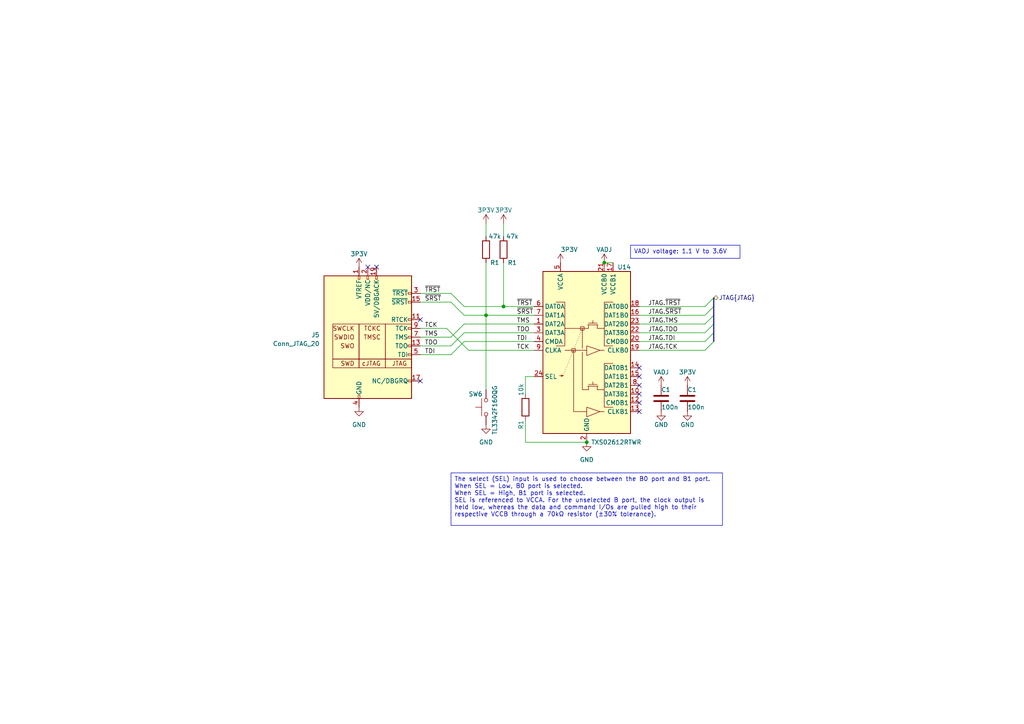
<source format=kicad_sch>
(kicad_sch (version 20230121) (generator eeschema)
  (paper "A4")
  (title_block (title "JTAG") (date "2023-03-02") (rev "1.0.7") (company "CHIPS Alliance") (comment 1 "Rui Huang (2023-03-02)") (comment 2 "Rui Huang (2023-03-02)") (comment 4 "Rui Huang (2023-03-02)"))
  (lib_symbols
    (symbol "CHIPSAlliance_Connector:Conn_JTAG_20" (pin_names (offset 1.016))
      (property "Reference" "J" (at 0 1.27 0))
      (property "Value" "Conn_JTAG_20" (at 0 -38.1 0))
      (symbol "Conn_JTAG_20_0_1"
        (rectangle (start 0 0) (end 25.4 -35.56) (stroke (width 0.254)) (fill (type background)))
        (rectangle (start 2.54 -24.13) (end 10.16 -26.67))
        (rectangle (start 2.54 -13.97) (end 10.16 -24.13))
        (rectangle (start 9.906 -34.544) (end 10.414 -35.56))
        (rectangle (start 9.906 0) (end 10.414 -1.016))
        (rectangle (start 10.16 -24.13) (end 17.78 -26.67))
        (rectangle (start 10.16 -13.97) (end 17.78 -24.13))
        (rectangle (start 12.446 0) (end 12.954 -1.016))
        (rectangle (start 14.986 0) (end 15.494 -1.016))
        (rectangle (start 17.78 -24.13) (end 25.4 -26.67))
        (rectangle (start 17.78 -13.97) (end 25.4 -24.13))
        (rectangle (start 24.384 -15.494) (end 25.4 -14.986))
        (rectangle (start 25.4 -30.226) (end 24.384 -30.734))
        (rectangle (start 25.4 -20.574) (end 24.384 -20.066))
        (rectangle (start 25.4 -18.034) (end 24.384 -17.526))
        (rectangle (start 25.4 -12.954) (end 24.384 -12.446))
        (rectangle (start 25.4 -7.366) (end 24.384 -7.874))
        (rectangle (start 25.4 -4.826) (end 24.384 -5.334))
        (text "cJTAG\n" (at 16.51 -25.4 0) (effects (font (size 1.27 1.27)) (justify right)))
        (text "JTAG\n" (at 24.13 -25.4 0) (effects (font (size 1.27 1.27)) (justify right)))
        (text "SWCLK" (at 8.89 -15.24 0) (effects (font (size 1.27 1.27)) (justify right)))
        (text "SWD" (at 8.89 -25.4 0) (effects (font (size 1.27 1.27)) (justify right)))
        (text "SWDIO\n" (at 8.89 -17.78 0) (effects (font (size 1.27 1.27)) (justify right)))
        (text "SWO\n" (at 8.89 -20.32 0) (effects (font (size 1.27 1.27)) (justify right)))
        (text "TCKC" (at 16.51 -15.24 0) (effects (font (size 1.27 1.27)) (justify right)))
        (text "TMSC\n" (at 16.51 -17.78 0) (effects (font (size 1.27 1.27)) (justify right)))
      )
      (symbol "Conn_JTAG_20_1_1"
        (rectangle (start 24.384 -23.114) (end 25.4 -22.606))
        (pin power_in line (at 10.16 2.54 270) (length 2.54) (name "VTREF") (number "1"))
        (pin power_in line (at 10.16 -38.1 90) (length 2.54) hide (name "GND") (number "10"))
        (pin input line (at 27.94 -12.7 180) (length 2.54) (name "RTCK") (number "11"))
        (pin power_in line (at 10.16 -38.1 90) (length 2.54) hide (name "GND") (number "12"))
        (pin input line (at 27.94 -20.32 180) (length 2.54) (name "TDO") (number "13"))
        (pin power_in line (at 10.16 -38.1 90) (length 2.54) hide (name "GND") (number "14"))
        (pin bidirectional line (at 27.94 -7.62 180) (length 2.54) (name "~{SRST}") (number "15"))
        (pin power_in line (at 10.16 -38.1 90) (length 2.54) hide (name "GND") (number "16"))
        (pin output line (at 27.94 -30.48 180) (length 2.54) (name "NC/DBGRQ") (number "17"))
        (pin power_in line (at 10.16 -38.1 90) (length 2.54) hide (name "GND") (number "18"))
        (pin power_out line (at 15.24 2.54 270) (length 2.54) (name "5V/DBGACK") (number "19"))
        (pin power_in line (at 12.7 2.54 270) (length 2.54) (name "VDD/NC") (number "2"))
        (pin power_in line (at 10.16 -38.1 90) (length 2.54) hide (name "GND") (number "20"))
        (pin output line (at 27.94 -5.08 180) (length 2.54) (name "~{TRST}") (number "3"))
        (pin power_in line (at 10.16 -38.1 90) (length 2.54) (name "GND") (number "4"))
        (pin output line (at 27.94 -22.86 180) (length 2.54) (name "TDI") (number "5"))
        (pin power_in line (at 10.16 -38.1 90) (length 2.54) hide (name "GND") (number "6"))
        (pin output line (at 27.94 -17.78 180) (length 2.54) (name "TMS") (number "7"))
        (pin power_in line (at 10.16 -38.1 90) (length 2.54) hide (name "GND") (number "8"))
        (pin output line (at 27.94 -15.24 180) (length 2.54) (name "TCK") (number "9"))
      )
    )
    (symbol "CHIPSAlliance_Logic:TXS02612RTWR"
      (property "Reference" "U" (at 1.27 1.27 0))
      (property "Value" "TXS02612RTWR" (at 0 -48.26 0))
      (symbol "TXS02612RTWR_0_1"
        (polyline (pts (xy 4.826 -30.226) (xy 5.842 -30.226)))
        (polyline (pts (xy 6.35 -22.86) (xy 12.7 -22.86)))
        (polyline (pts (xy 11.43 -22.352) (xy 11.43 -16.51)))
        (polyline (pts (xy 11.43 -16.51) (xy 5.842 -30.226)) (stroke (width 0) (type dot)))
        (polyline (pts (xy 16.51 -40.64) (xy 17.78 -40.64)))
        (polyline (pts (xy 16.51 -22.86) (xy 17.78 -22.86)))
        (polyline (pts (xy 17.78 -21.59) (xy 17.78 -21.59)))
        (polyline (pts (xy 5.334 -29.972) (xy 5.842 -30.226) (xy 5.334 -30.48)))
        (polyline (pts (xy 8.89 -22.86) (xy 8.89 -40.64) (xy 12.7 -40.64)))
        (polyline (pts (xy 11.43 -23.368) (xy 11.43 -34.29) (xy 12.7 -34.29)))
        (polyline (pts (xy 3.81 -8.89) (xy 6.35 -8.89) (xy 6.35 -21.59) (xy 3.81 -21.59)))
        (polyline (pts (xy 12.7 -39.37) (xy 12.7 -42.164) (xy 16.51 -40.64) (xy 12.7 -39.37)))
        (polyline (pts (xy 12.7 -21.59) (xy 12.7 -24.384) (xy 16.51 -22.86) (xy 12.7 -21.59)))
        (polyline (pts (xy 20.32 -26.67) (xy 17.78 -26.67) (xy 17.78 -39.37) (xy 20.32 -39.37)))
        (polyline (pts (xy 20.32 -8.89) (xy 17.78 -8.89) (xy 17.78 -21.59) (xy 20.32 -21.59)))
        (polyline (pts (xy 8.382 -23.368) (xy 9.398 -23.368) (xy 9.398 -22.352) (xy 8.382 -22.352) (xy 8.382 -23.368)))
        (polyline (pts (xy 10.922 -17.018) (xy 11.938 -17.018) (xy 11.938 -16.002) (xy 10.922 -16.002) (xy 10.922 -17.018)))
        (rectangle (start 0 0) (end 25.4 -46.99) (stroke (width 0.254)) (fill (type background)))
      )
      (symbol "TXS02612RTWR_1_0"
        (pin bidirectional line (at 27.94 -35.56 180) (length 2.54) (name "DAT3B1") (number "10"))
        (pin power_in line (at 12.7 -49.53 90) (length 2.54) hide (name "GND") (number "11"))
        (pin bidirectional line (at 27.94 -38.1 180) (length 2.54) (name "CMDB1") (number "12"))
        (pin output line (at 27.94 -40.64 180) (length 2.54) (name "CLKB1") (number "13"))
        (pin bidirectional line (at 27.94 -27.94 180) (length 2.54) (name "DAT0B1") (number "14"))
        (pin bidirectional line (at 27.94 -30.48 180) (length 2.54) (name "DAT1B1") (number "15"))
        (pin bidirectional line (at 27.94 -12.7 180) (length 2.54) (name "DAT1B0") (number "16"))
        (pin power_in line (at 20.32 2.54 270) (length 2.54) (name "VCCB1") (number "17"))
        (pin bidirectional line (at 27.94 -10.16 180) (length 2.54) (name "DAT0B0") (number "18"))
        (pin output line (at 27.94 -22.86 180) (length 2.54) (name "CLKB0") (number "19"))
        (pin power_in line (at 12.7 -49.53 90) (length 2.54) (name "GND") (number "2"))
        (pin bidirectional line (at 27.94 -20.32 180) (length 2.54) (name "CMDB0") (number "20"))
        (pin power_in line (at 17.78 2.54 270) (length 2.54) (name "VCCB0") (number "21"))
        (pin bidirectional line (at 27.94 -17.78 180) (length 2.54) (name "DAT3B0") (number "22"))
        (pin bidirectional line (at 27.94 -15.24 180) (length 2.54) (name "DAT2B0") (number "23"))
        (pin input line (at -2.54 -30.48 0) (length 2.54) (name "SEL") (number "24"))
        (pin bidirectional line (at -2.54 -12.7 0) (length 2.54) (name "DAT1A") (number "7"))
        (pin bidirectional line (at 27.94 -33.02 180) (length 2.54) (name "DAT2B1") (number "8"))
        (pin input line (at -2.54 -22.86 0) (length 2.54) (name "CLKA") (number "9"))
      )
      (symbol "TXS02612RTWR_1_1"
        (polyline (pts (xy 6.35 -16.51) (xy 13.208 -16.51)))
        (polyline (pts (xy 12.7 -34.29) (xy 13.208 -34.29)))
        (polyline (pts (xy 12.954 -33.274) (xy 16.002 -33.274)))
        (polyline (pts (xy 12.954 -15.494) (xy 16.002 -15.494)))
        (polyline (pts (xy 13.208 -34.29) (xy 13.208 -33.274)))
        (polyline (pts (xy 13.208 -32.766) (xy 15.748 -32.766)))
        (polyline (pts (xy 13.208 -16.51) (xy 13.208 -15.494)))
        (polyline (pts (xy 13.208 -14.986) (xy 15.748 -14.986)))
        (polyline (pts (xy 14.478 -32.766) (xy 14.478 -32.004)))
        (polyline (pts (xy 14.478 -14.986) (xy 14.478 -14.224)))
        (polyline (pts (xy 15.748 -34.29) (xy 15.748 -33.274)))
        (polyline (pts (xy 15.748 -16.51) (xy 15.748 -15.494)))
        (polyline (pts (xy 17.78 -34.29) (xy 15.748 -34.29)))
        (polyline (pts (xy 17.78 -16.51) (xy 15.748 -16.51)))
        (pin bidirectional line (at -2.54 -15.24 0) (length 2.54) (name "DAT2A") (number "1"))
        (pin input line (at 12.7 -49.53 90) (length 2.54) hide (name "GND") (number "25"))
        (pin bidirectional line (at -2.54 -17.78 0) (length 2.54) (name "DAT3A") (number "3"))
        (pin bidirectional line (at -2.54 -20.32 0) (length 2.54) (name "CMDA") (number "4"))
        (pin power_in line (at 5.08 2.54 270) (length 2.54) (name "VCCA") (number "5"))
        (pin bidirectional line (at -2.54 -10.16 0) (length 2.54) (name "DAT0A") (number "6"))
      )
    )
    (symbol "CHIPSAlliance_Power:3P3V" (power) (pin_names (offset 0))
      (property "Value" "3P3V" (at 0 3.81 0))
      (symbol "3P3V_0_1"
        (polyline (pts (xy -0.762 1.27) (xy 0 2.54)))
        (polyline (pts (xy 0 0) (xy 0 2.54)))
        (polyline (pts (xy 0 2.54) (xy 0.762 1.27)))
      )
      (symbol "3P3V_1_1"
        (pin power_in line (at 0 0 90) (length 0) hide (name "3P3V") (number "1"))
      )
    )
    (symbol "CHIPSAlliance_Power:GND" (power) (pin_names (offset 0))
      (property "Value" "GND" (at 0 -3.81 0))
      (symbol "GND_0_1"
        (polyline (pts (xy 0 0) (xy 0 -1.27) (xy 1.27 -1.27) (xy 0 -2.54) (xy -1.27 -1.27) (xy 0 -1.27)))
      )
      (symbol "GND_1_1"
        (pin power_in line (at 0 0 270) (length 0) hide (name "GND") (number "1"))
      )
    )
    (symbol "CHIPSAlliance_Power:VADJ" (power) (pin_names (offset 0))
      (property "Value" "VADJ" (at 0 3.81 0))
      (symbol "VADJ_0_1"
        (polyline (pts (xy -0.762 1.27) (xy 0 2.54)))
        (polyline (pts (xy 0 0) (xy 0 2.54)))
        (polyline (pts (xy 0 2.54) (xy 0.762 1.27)))
      )
      (symbol "VADJ_1_1"
        (pin power_in line (at 0 0 90) (length 0) hide (name "VADJ") (number "1"))
      )
    )
    (symbol "Device:C" (pin_numbers hide) (pin_names (offset 0.254))
      (property "Reference" "C" (at 0.635 2.54 0))
      (property "Value" "C" (at 0.635 -2.54 0))
      (symbol "C_0_1"
        (polyline (pts (xy -2.032 -0.762) (xy 2.032 -0.762)) (stroke (width 0.508)))
        (polyline (pts (xy -2.032 0.762) (xy 2.032 0.762)) (stroke (width 0.508)))
      )
      (symbol "C_1_1"
        (pin passive line (at 0 3.81 270) (length 2.794) (name "~") (number "1"))
        (pin passive line (at 0 -3.81 90) (length 2.794) (name "~") (number "2"))
      )
    )
    (symbol "Device:R" (pin_numbers hide) (pin_names (offset 0))
      (property "Reference" "R" (at 2.032 0 90))
      (property "Value" "R" (at 0 0 90))
      (symbol "R_0_1"
        (rectangle (start -1.016 -2.54) (end 1.016 2.54) (stroke (width 0.254)))
      )
      (symbol "R_1_1"
        (pin passive line (at 0 3.81 270) (length 1.27) (name "~") (number "1"))
        (pin passive line (at 0 -3.81 90) (length 1.27) (name "~") (number "2"))
      )
    )
    (symbol "Switch:SW_Push" (pin_numbers hide) (pin_names (offset 1.016) hide)
      (property "Reference" "SW" (at 1.27 2.54 0))
      (property "Value" "SW_Push" (at 0 -1.524 0))
      (symbol "SW_Push_0_1"
        (circle (center -2.032 0) (radius 0.508))
        (polyline (pts (xy 0 1.27) (xy 0 3.048)))
        (polyline (pts (xy 2.54 1.27) (xy -2.54 1.27)))
        (circle (center 2.032 0) (radius 0.508))
        (pin passive line (at -5.08 0 0) (length 2.54) (name "1") (number "1"))
        (pin passive line (at 5.08 0 180) (length 2.54) (name "2") (number "2"))
      )
    )
  )
  (bus_alias "JTAG" (members "~{TRST}" "~{SRST}" "TMS" "TDO" "TDI" "TCK"))
  (junction (at 140.97 91.44))
  (junction (at 175.26 76.2))
  (junction (at 146.05 88.9))
  (junction (at 170.18 128.27))
  (no_connect (at 106.68 77.47))
  (no_connect (at 185.42 109.22))
  (no_connect (at 121.92 92.71))
  (no_connect (at 121.92 110.49))
  (no_connect (at 185.42 111.76))
  (no_connect (at 109.22 77.47))
  (no_connect (at 185.42 114.3))
  (no_connect (at 185.42 119.38))
  (no_connect (at 185.42 106.68))
  (no_connect (at 185.42 116.84))
  (bus_entry (at 204.47 88.9) (size 2.54 -2.54))
  (bus_entry (at 204.47 99.06) (size 2.54 -2.54))
  (bus_entry (at 204.47 96.52) (size 2.54 -2.54))
  (bus_entry (at 204.47 93.98) (size 2.54 -2.54))
  (bus_entry (at 204.47 101.6) (size 2.54 -2.54))
  (bus_entry (at 204.47 91.44) (size 2.54 -2.54))
  (wire (pts (xy 121.92 87.63) (xy 130.81 87.63)))
  (wire (pts (xy 140.97 91.44) (xy 154.94 91.44)))
  (wire (pts (xy 129.54 95.25) (xy 135.89 101.6)))
  (wire (pts (xy 134.62 99.06) (xy 130.81 102.87)))
  (wire (pts (xy 185.42 91.44) (xy 204.47 91.44)))
  (wire (pts (xy 134.62 93.98) (xy 130.81 97.79)))
  (wire (pts (xy 121.92 85.09) (xy 130.81 85.09)))
  (wire (pts (xy 134.62 99.06) (xy 154.94 99.06)))
  (bus (pts (xy 207.01 86.36) (xy 207.01 88.9)))
  (wire (pts (xy 185.42 101.6) (xy 204.47 101.6)))
  (wire (pts (xy 175.26 76.2) (xy 177.8 76.2)))
  (wire (pts (xy 134.62 96.52) (xy 130.81 100.33)))
  (wire (pts (xy 185.42 99.06) (xy 204.47 99.06)))
  (wire (pts (xy 134.62 96.52) (xy 154.94 96.52)))
  (wire (pts (xy 152.4 121.92) (xy 152.4 128.27)))
  (wire (pts (xy 146.05 64.77) (xy 146.05 68.58)))
  (bus (pts (xy 207.01 88.9) (xy 207.01 91.44)))
  (wire (pts (xy 134.62 91.44) (xy 140.97 91.44)))
  (wire (pts (xy 135.89 101.6) (xy 154.94 101.6)))
  (wire (pts (xy 185.42 93.98) (xy 204.47 93.98)))
  (bus (pts (xy 207.01 91.44) (xy 207.01 93.98)))
  (wire (pts (xy 121.92 102.87) (xy 130.81 102.87)))
  (wire (pts (xy 152.4 109.22) (xy 154.94 109.22)))
  (wire (pts (xy 185.42 88.9) (xy 204.47 88.9)))
  (wire (pts (xy 140.97 76.2) (xy 140.97 91.44)))
  (wire (pts (xy 121.92 97.79) (xy 130.81 97.79)))
  (wire (pts (xy 140.97 64.77) (xy 140.97 68.58)))
  (wire (pts (xy 134.62 88.9) (xy 130.81 85.09)))
  (bus (pts (xy 207.01 96.52) (xy 207.01 99.06)))
  (wire (pts (xy 146.05 88.9) (xy 154.94 88.9)))
  (wire (pts (xy 134.62 91.44) (xy 130.81 87.63)))
  (bus (pts (xy 207.01 93.98) (xy 207.01 96.52)))
  (wire (pts (xy 146.05 76.2) (xy 146.05 88.9)))
  (wire (pts (xy 134.62 88.9) (xy 146.05 88.9)))
  (wire (pts (xy 134.62 93.98) (xy 154.94 93.98)))
  (wire (pts (xy 152.4 109.22) (xy 152.4 114.3)))
  (wire (pts (xy 121.92 100.33) (xy 130.81 100.33)))
  (wire (pts (xy 121.92 95.25) (xy 129.54 95.25)))
  (wire (pts (xy 152.4 128.27) (xy 170.18 128.27)))
  (wire (pts (xy 185.42 96.52) (xy 204.47 96.52)))
  (wire (pts (xy 140.97 91.44) (xy 140.97 113.03)))
  (text_box "VADJ voltage: 1.1 V to 3.6V" (at 182.88 71.12 0) (size 31.75 3.81) (effects (font (size 1.27 1.27)) (justify left top)))
  (text_box "The select (SEL) input is used to choose between the B0 port and B1 port. \nWhen SEL = Low, B0 port is selected.\nWhen SEL = High, B1 port is selected.\nSEL is referenced to VCCA. For the unselected B port, the clock output is held low, whereas the data and command I/Os are pulled high to their respective VCCB through a 70kΩ resistor (±30% tolerance)." (at 130.81 137.16 0) (size 78.74 15.24) (effects (font (size 1.27 1.27)) (justify left top)))
  (label "TCK" (at 149.86 101.6 0))
  (label "~{SRST}" (at 123.19 87.63 0))
  (label "~{TRST}" (at 149.86 88.9 0))
  (label "JTAG.TMS" (at 187.96 93.98 0))
  (label "TMS" (at 149.86 93.98 0))
  (label "JTAG.~{SRST}" (at 187.96 91.44 0))
  (label "~{SRST}" (at 149.86 91.44 0))
  (label "TMS" (at 123.19 97.79 0))
  (label "~{TRST}" (at 123.19 85.09 0))
  (label "TDO" (at 149.86 96.52 0))
  (label "TDI" (at 149.86 99.06 0))
  (label "JTAG.TDI" (at 187.96 99.06 0))
  (label "JTAG.TCK" (at 187.96 101.6 0))
  (label "JTAG.TDO" (at 187.96 96.52 0))
  (label "JTAG.~{TRST}" (at 187.96 88.9 0))
  (label "TDO" (at 123.19 100.33 0))
  (label "TCK" (at 123.19 95.25 0))
  (label "TDI" (at 123.19 102.87 0))
  (hierarchical_label "JTAG{JTAG}" (shape bidirectional) (at 207.01 86.36 0))
  (symbol (lib_id "CHIPSAlliance_Power:VADJ") (at 175.26 76.2 0) (unit 1)
    (property "Reference" "#PWR01" (effects hide))
    (property "Value" "VADJ" (at 175.26 72.39 0))
    (instances (project "fmc_usb_gpio_spi_jtag" (path "" (reference "#PWR01") (unit 1)) (path "" (reference "#PWR083") (unit 1)) (path "" (reference "#PWR089") (unit 1)) (path "" (reference "#PWR0183") (unit 1)) (path "" (reference "#PWR0193") (unit 1)) (path "" (reference "#PWR0199") (unit 1))))
  )
  (symbol (lib_id "CHIPSAlliance_Power:GND") (at 199.39 119.38 0) (unit 1)
    (property "Reference" "#PWR02" (effects hide))
    (property "Value" "GND" (at 199.39 123.19 0))
    (instances (project "fmc_usb_gpio_spi_jtag" (path "" (reference "#PWR02") (unit 1)) (path "" (reference "#PWR099") (unit 1)) (path "" (reference "#PWR0135") (unit 1)) (path "" (reference "#PWR0167") (unit 1))))
  )
  (symbol (lib_id "Device:R") (at 140.97 72.39 0) (unit 1)
    (property "Reference" "R1" (at 143.51 76.2 0))
    (property "Value" "47k" (at 143.51 68.58 0))
    (property "Footprint" "Resistor_SMD:R_0402_1005Metric" (effects hide))
    (instances (project "fmc_usb_gpio_spi_jtag" (path "" (reference "R1") (unit 1)) (path "" (reference "R5") (unit 1)) (path "" (reference "R18") (unit 1)) (path "" (reference "R23") (unit 1))))
  )
  (symbol (lib_id "Switch:SW_Push") (at 140.97 118.11 90) (unit 1)
    (property "Reference" "SW6" (at 135.89 114.3 90) (effects (justify right)))
    (property "Value" "TL3342F160QG" (at 143.51 111.76 0) (effects (justify right)))
    (property "Footprint" "Button_Switch_SMD:SW_SPST_TL3342" (effects hide))
    (property "Datasheet" "https://atta.szlcsc.com/upload/public/pdf/source/20210906/11280193174E7DA876DC76C90FC72D93.pdf" (effects hide))
    (instances (project "fmc_usb_gpio_spi_jtag" (path "" (reference "SW6") (unit 1)) (path "" (reference "SW7") (unit 1))))
  )
  (symbol (lib_id "CHIPSAlliance_Power:GND") (at 104.14 118.11 0) (unit 1)
    (property "Reference" "#PWR0175" (effects hide))
    (property "Value" "GND" (at 104.14 123.19 0))
    (instances (project "fmc_usb_gpio_spi_jtag" (path "" (reference "#PWR0175") (unit 1)) (path "" (reference "#PWR0195") (unit 1)) (path "" (reference "#PWR0162") (unit 1))))
  )
  (symbol (lib_id "CHIPSAlliance_Power:3P3V") (at 146.05 64.77 0) (unit 1)
    (property "Reference" "#PWR073" (effects hide))
    (property "Value" "3P3V" (at 146.05 60.96 0))
    (instances (project "fmc_usb_gpio_spi_jtag" (path "" (reference "#PWR073") (unit 1)) (path "" (reference "#PWR098") (unit 1)) (path "" (reference "#PWR0177") (unit 1)) (path "" (reference "#PWR0197") (unit 1)) (path "" (reference "#PWR0125") (unit 1))))
  )
  (symbol (lib_id "Device:R") (at 146.05 72.39 0) (unit 1)
    (property "Reference" "R1" (at 148.59 76.2 0))
    (property "Value" "47k" (at 148.59 68.58 0))
    (property "Footprint" "Resistor_SMD:R_0402_1005Metric" (effects hide))
    (instances (project "fmc_usb_gpio_spi_jtag" (path "" (reference "R1") (unit 1)) (path "" (reference "R5") (unit 1)) (path "" (reference "R18") (unit 1)) (path "" (reference "R24") (unit 1))))
  )
  (symbol (lib_id "CHIPSAlliance_Connector:Conn_JTAG_20") (at 93.98 80.01 0) (unit 1)
    (property "Reference" "J5" (at 92.71 97.155 0) (effects (justify right)))
    (property "Value" "Conn_JTAG_20" (at 92.71 99.695 0) (effects (justify right)))
    (property "Footprint" "Connector_IDC:IDC-Header_2x10_P2.54mm_Vertical" (effects hide))
    (property "Datasheet" "https://www.segger.com/products/debug-probes/j-link/technology/interface-description" (effects hide))
  )
  (symbol (lib_id "CHIPSAlliance_Power:3P3V") (at 140.97 64.77 0) (unit 1)
    (property "Reference" "#PWR073" (effects hide))
    (property "Value" "3P3V" (at 140.97 60.96 0))
    (instances (project "fmc_usb_gpio_spi_jtag" (path "" (reference "#PWR073") (unit 1)) (path "" (reference "#PWR098") (unit 1)) (path "" (reference "#PWR0177") (unit 1)) (path "" (reference "#PWR0197") (unit 1)) (path "" (reference "#PWR0129") (unit 1))))
  )
  (symbol (lib_id "CHIPSAlliance_Power:GND") (at 191.77 119.38 0) (unit 1)
    (property "Reference" "#PWR02" (effects hide))
    (property "Value" "GND" (at 191.77 123.19 0))
    (instances (project "fmc_usb_gpio_spi_jtag" (path "" (reference "#PWR02") (unit 1)) (path "" (reference "#PWR099") (unit 1)) (path "" (reference "#PWR0133") (unit 1)) (path "" (reference "#PWR0165") (unit 1))))
  )
  (symbol (lib_id "CHIPSAlliance_Power:3P3V") (at 104.14 77.47 0) (unit 1)
    (property "Reference" "#PWR073" (effects hide))
    (property "Value" "3P3V" (at 104.14 73.66 0))
    (instances (project "fmc_usb_gpio_spi_jtag" (path "" (reference "#PWR073") (unit 1)) (path "" (reference "#PWR098") (unit 1)) (path "" (reference "#PWR0177") (unit 1)) (path "" (reference "#PWR0197") (unit 1)) (path "" (reference "#PWR0143") (unit 1))))
  )
  (symbol (lib_id "CHIPSAlliance_Power:3P3V") (at 162.56 76.2 0) (unit 1)
    (property "Reference" "#PWR073" (effects hide))
    (property "Value" "3P3V" (at 165.1 72.39 0))
    (instances (project "fmc_usb_gpio_spi_jtag" (path "" (reference "#PWR073") (unit 1)) (path "" (reference "#PWR098") (unit 1)) (path "" (reference "#PWR0177") (unit 1)) (path "" (reference "#PWR0197") (unit 1)) (path "" (reference "#PWR0134") (unit 1))))
  )
  (symbol (lib_id "CHIPSAlliance_Power:GND") (at 140.97 123.19 0) (unit 1)
    (property "Reference" "#PWR0175" (effects hide))
    (property "Value" "GND" (at 140.97 128.27 0))
    (instances (project "fmc_usb_gpio_spi_jtag" (path "" (reference "#PWR0175") (unit 1)) (path "" (reference "#PWR0206") (unit 1)) (path "" (reference "#PWR0212") (unit 1))))
  )
  (symbol (lib_id "Device:R") (at 152.4 118.11 180) (unit 1)
    (property "Reference" "R1" (at 151.13 123.19 90))
    (property "Value" "10k" (at 151.13 113.03 90))
    (property "Footprint" "Resistor_SMD:R_0402_1005Metric" (effects hide))
    (instances (project "fmc_usb_gpio_spi_jtag" (path "" (reference "R1") (unit 1)) (path "" (reference "R20") (unit 1)) (path "" (reference "R12") (unit 1)) (path "" (reference "R22") (unit 1))))
  )
  (symbol (lib_id "CHIPSAlliance_Power:VADJ") (at 191.77 111.76 0) (unit 1)
    (property "Reference" "#PWR01" (effects hide))
    (property "Value" "VADJ" (at 191.77 107.95 0))
    (instances (project "fmc_usb_gpio_spi_jtag" (path "" (reference "#PWR01") (unit 1)) (path "" (reference "#PWR083") (unit 1)) (path "" (reference "#PWR087") (unit 1)) (path "" (reference "#PWR0132") (unit 1)) (path "" (reference "#PWR0164") (unit 1))))
  )
  (symbol (lib_id "CHIPSAlliance_Power:3P3V") (at 199.39 111.76 0) (unit 1)
    (property "Reference" "#PWR073" (effects hide))
    (property "Value" "3P3V" (at 199.39 107.95 0))
    (instances (project "fmc_usb_gpio_spi_jtag" (path "" (reference "#PWR073") (unit 1)) (path "" (reference "#PWR0134") (unit 1)) (path "" (reference "#PWR0139") (unit 1))))
  )
  (symbol (lib_id "CHIPSAlliance_Power:GND") (at 170.18 128.27 0) (unit 1)
    (property "Reference" "#PWR0175" (effects hide))
    (property "Value" "GND" (at 170.18 133.35 0))
    (instances (project "fmc_usb_gpio_spi_jtag" (path "" (reference "#PWR0175") (unit 1)) (path "" (reference "#PWR0195") (unit 1)) (path "" (reference "#PWR0200") (unit 1))))
  )
  (symbol (lib_id "Device:C") (at 199.39 115.57 0) (unit 1)
    (property "Reference" "C1" (at 199.39 113.03 0) (effects (justify left)))
    (property "Value" "100n" (at 199.39 118.11 0) (effects (justify left)))
    (property "Footprint" "Capacitor_SMD:C_0402_1005Metric" (effects hide))
    (instances (project "fmc_usb_gpio_spi_jtag" (path "" (reference "C1") (unit 1)) (path "" (reference "C2") (unit 1)) (path "" (reference "C5") (unit 1)) (path "" (reference "C15") (unit 1)) (path "" (reference "C23") (unit 1))))
  )
  (symbol (lib_id "CHIPSAlliance_Logic:TXS02612RTWR") (at 157.48 78.74 0) (unit 1)
    (property "Reference" "U14" (at 179.07 77.47 0) (effects (justify left)))
    (property "Value" "TXS02612RTWR" (at 171.45 128.27 0) (effects (justify left)))
    (property "Footprint" "CHIPSAlliance_Package_DFN_QFN:WQFN-24-1EP_4x4mm_P0.5mm_EP2.45x2.45mm" (effects hide))
    (property "Datasheet" "https://www.ti.com/lit/ds/symlink/txs02612.pdf" (effects hide))
    (instances (project "fmc_usb_gpio_spi_jtag" (path "" (reference "U14") (unit 1)) (path "" (reference "U15") (unit 1)) (path "" (reference "U17") (unit 1))))
  )
  (symbol (lib_id "Device:C") (at 191.77 115.57 0) (unit 1)
    (property "Reference" "C1" (at 191.77 113.03 0) (effects (justify left)))
    (property "Value" "100n" (at 191.77 118.11 0) (effects (justify left)))
    (property "Footprint" "Capacitor_SMD:C_0402_1005Metric" (effects hide))
    (instances (project "fmc_usb_gpio_spi_jtag" (path "" (reference "C1") (unit 1)) (path "" (reference "C2") (unit 1)) (path "" (reference "C5") (unit 1)) (path "" (reference "C14") (unit 1)) (path "" (reference "C22") (unit 1))))
  )
)
</source>
